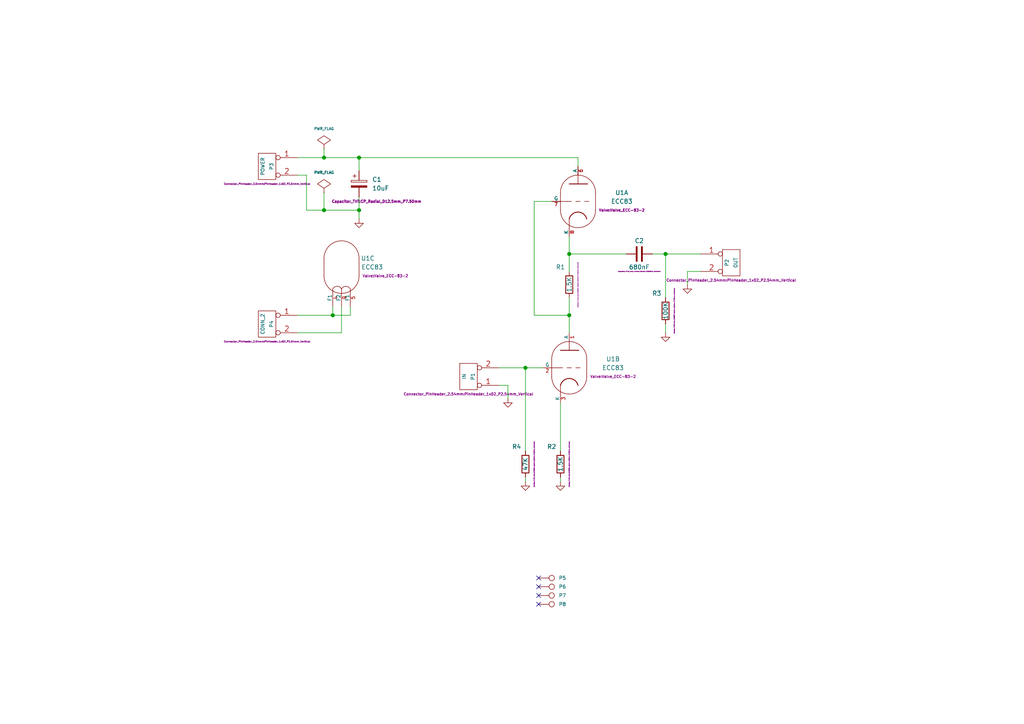
<source format=kicad_sch>
(kicad_sch (version 20210621) (generator eeschema)
  (paper "A4")
  (title_block (title "ECC Push-Pull") (date "Sat 21 Mar 2015") (rev "0.1"))
  (lib_symbols
    (symbol "ecc83_schlib:C" (pin_numbers hide) (pin_names (offset 0.254))
      (property "Reference" "C" (at 0.635 2.54 0))
      (property "Value" "C" (at 0.635 -2.54 0))
      (symbol "C_0_1"
        (polyline (pts (xy -2.032 -0.762) (xy 2.032 -0.762)) (stroke (width 0.508)))
        (polyline (pts (xy -2.032 0.762) (xy 2.032 0.762)) (stroke (width 0.508)))
      )
      (symbol "C_1_1"
        (pin passive line (at 0 3.81 270) (length 2.794) (name "~") (number "1"))
        (pin passive line (at 0 -3.81 90) (length 2.794) (name "~") (number "2"))
      )
    )
    (symbol "ecc83_schlib:CONN_1" (pin_numbers hide) (pin_names (offset 0.762) hide)
      (property "Reference" "P" (at 2.032 0 0))
      (property "Footprint" "MountingHole:MountingHole_3.2mm_M3_DIN965_Pad" (at 0 -1.27 0))
      (symbol "CONN_1_0_1"
        (polyline (pts (xy -0.762 0) (xy -1.27 0)))
        (circle (center 0 0) (radius 0.7874))
      )
      (symbol "CONN_1_1_1"
        (pin passive line (at -3.81 0 0) (length 2.54) (name "1") (number "1"))
      )
    )
    (symbol "ecc83_schlib:CONN_2" (pin_names (offset 1.016) hide)
      (property "Reference" "P" (at -1.27 0 90))
      (property "Value" "CONN_2" (at 1.27 0 90))
      (symbol "CONN_2_0_1"
        (rectangle (start -2.54 3.81) (end 2.54 -3.81))
      )
      (symbol "CONN_2_1_1"
        (pin passive inverted (at -8.89 2.54 0) (length 6.35) (name "P1") (number "1"))
        (pin passive inverted (at -8.89 -2.54 0) (length 6.35) (name "PM") (number "2"))
      )
    )
    (symbol "ecc83_schlib:CP" (pin_numbers hide) (pin_names (offset 0.254))
      (property "Reference" "C" (at 0.635 2.54 0))
      (property "Value" "CP" (at 0.635 -2.54 0))
      (symbol "CP_0_1"
        (rectangle (start -2.286 0.508) (end -2.286 1.016))
        (rectangle (start -2.286 0.508) (end 2.286 0.508))
        (polyline (pts (xy -1.778 2.286) (xy -0.762 2.286)))
        (polyline (pts (xy -1.27 2.794) (xy -1.27 1.778)))
        (rectangle (start 2.286 -0.508) (end -2.286 -1.016) (fill (type outline)))
        (rectangle (start 2.286 1.016) (end -2.286 1.016))
        (rectangle (start 2.286 1.016) (end 2.286 0.508))
      )
      (symbol "CP_1_1"
        (pin passive line (at 0 3.81 270) (length 2.794) (name "~") (number "1"))
        (pin passive line (at 0 -3.81 90) (length 2.794) (name "~") (number "2"))
      )
    )
    (symbol "ecc83_schlib:ECC83" (pin_names (offset 0))
      (property "Reference" "U" (at 3.302 7.874 0))
      (property "Value" "ECC83" (at 8.89 -7.62 0))
      (symbol "ECC83_0_1"
        (arc (start -5.08 -2.54) (mid 0 -7.62) (end 5.08 -2.54))
        (polyline (pts (xy 5.08 2.54) (xy 5.08 -2.54)))
        (polyline (pts (xy -5.08 2.54) (xy -5.08 -2.54) (xy -5.08 -2.54)))
        (arc (start 5.08 2.54) (mid 0 7.62) (end -5.08 2.54))
      )
      (symbol "ECC83_1_0"
        (polyline (pts (xy -2.54 -5.08) (xy -2.54 -7.62)))
        (polyline (pts (xy 0 5.08) (xy 0 7.62)))
      )
      (symbol "ECC83_1_1"
        (polyline (pts (xy -5.08 0) (xy -3.175 0)))
        (polyline (pts (xy -1.905 0) (xy -3.175 0)) (stroke (width 0.1524)))
        (polyline (pts (xy -0.635 0) (xy 0.635 0)) (stroke (width 0.1524)))
        (polyline (pts (xy 1.905 0) (xy 3.175 0)) (stroke (width 0.1524)))
        (polyline (pts (xy -2.54 5.08) (xy 2.794 5.08) (xy 2.794 5.08)) (stroke (width 0.254)))
        (arc (start 2.54 -5.08) (mid 0 -3.0968) (end -2.54 -5.08) (stroke (width 0.254)))
        (pin passive line (at 0 10.16 270) (length 2.54) (name "A") (number "6"))
        (pin input line (at -7.62 0 0) (length 2.54) (name "G") (number "7"))
        (pin passive line (at -2.54 -10.16 90) (length 2.54) (name "K") (number "8"))
      )
      (symbol "ECC83_2_0"
        (polyline (pts (xy -2.54 -5.08) (xy -2.54 -7.62)))
        (polyline (pts (xy 0 5.08) (xy 0 7.62)))
      )
      (symbol "ECC83_2_1"
        (polyline (pts (xy -5.08 0) (xy -3.175 0)))
        (polyline (pts (xy -1.905 0) (xy -3.175 0)) (stroke (width 0.1524)))
        (polyline (pts (xy -0.635 0) (xy 0.635 0)) (stroke (width 0.1524)))
        (polyline (pts (xy 1.905 0) (xy 3.175 0)) (stroke (width 0.1524)))
        (polyline (pts (xy -2.54 5.08) (xy 2.794 5.08) (xy 2.794 5.08)) (stroke (width 0.254)))
        (arc (start 2.54 -5.08) (mid 0 -3.0968) (end -2.54 -5.08) (stroke (width 0.254)))
        (pin passive line (at 0 10.16 270) (length 2.54) (name "A") (number "1"))
        (pin input line (at -7.62 0 0) (length 2.54) (name "G") (number "2"))
        (pin passive line (at -2.54 -10.16 90) (length 2.54) (name "K") (number "3"))
      )
      (symbol "ECC83_3_1"
        (arc (start 0 -6.35) (mid -1.27 -5.5651) (end -2.54 -6.35))
        (arc (start 2.54 -6.35) (mid 1.27 -5.5651) (end 0 -6.35))
        (pin input line (at -2.54 -11.43 90) (length 5.08) (name "F1") (number "4"))
        (pin input line (at 2.54 -11.43 90) (length 5.08) (name "F1") (number "5"))
        (pin input line (at 0 -11.43 90) (length 5.08) (name "F2") (number "9"))
      )
    )
    (symbol "ecc83_schlib:GND" (power) (pin_names (offset 0))
      (property "Value" "GND" (at 0 -3.81 0))
      (symbol "GND_0_1"
        (polyline (pts (xy 0 0) (xy 0 -1.27) (xy 1.27 -1.27) (xy 0 -2.54) (xy -1.27 -1.27) (xy 0 -1.27)))
      )
      (symbol "GND_1_1"
        (pin power_in line (at 0 0 270) (length 0) hide (name "GND") (number "1"))
      )
    )
    (symbol "ecc83_schlib:PWR_FLAG" (power) (pin_numbers hide) (pin_names (offset 0) hide)
      (property "Value" "PWR_FLAG" (at 0 4.572 0))
      (symbol "PWR_FLAG_0_0"
        (pin power_out line (at 0 0 90) (length 0) (name "pwr") (number "1"))
      )
      (symbol "PWR_FLAG_0_1"
        (polyline (pts (xy 0 0) (xy 0 1.27) (xy -1.905 2.54) (xy 0 3.81) (xy 1.905 2.54) (xy 0 1.27)))
      )
    )
    (symbol "ecc83_schlib:R" (pin_numbers hide) (pin_names (offset 0))
      (property "Reference" "R" (at 2.032 0 90))
      (property "Value" "R" (at 0 0 90))
      (symbol "R_0_1"
        (rectangle (start -1.016 -2.54) (end 1.016 2.54) (stroke (width 0.254)))
      )
      (symbol "R_1_1"
        (pin passive line (at 0 3.81 270) (length 1.27) (name "~") (number "1"))
        (pin passive line (at 0 -3.81 90) (length 1.27) (name "~") (number "2"))
      )
    )
  )
  (junction (at 104.14 45.72) (diameter 1.016))
  (junction (at 165.1 73.66) (diameter 1.016))
  (junction (at 93.98 45.72) (diameter 1.016))
  (junction (at 96.52 91.44) (diameter 1.016))
  (junction (at 193.04 73.66) (diameter 1.016))
  (junction (at 93.98 60.96) (diameter 1.016))
  (junction (at 165.1 91.44) (diameter 1.016))
  (junction (at 104.14 60.96) (diameter 1.016))
  (junction (at 152.4 106.68) (diameter 1.016))
  (no_connect (at 156.21 175.26))
  (no_connect (at 156.21 167.64))
  (no_connect (at 156.21 172.72))
  (no_connect (at 156.21 170.18))
  (wire (pts (xy 165.1 91.44) (xy 154.94 91.44)))
  (wire (pts (xy 144.78 106.68) (xy 152.4 106.68)))
  (wire (pts (xy 88.9 50.8) (xy 88.9 60.96)))
  (wire (pts (xy 147.32 111.76) (xy 144.78 111.76)))
  (wire (pts (xy 101.6 91.44) (xy 101.6 88.9)))
  (wire (pts (xy 104.14 57.15) (xy 104.14 60.96)))
  (wire (pts (xy 86.36 50.8) (xy 88.9 50.8)))
  (wire (pts (xy 165.1 73.66) (xy 181.61 73.66)))
  (wire (pts (xy 165.1 86.36) (xy 165.1 91.44)))
  (wire (pts (xy 203.2 78.74) (xy 199.39 78.74)))
  (wire (pts (xy 86.36 96.52) (xy 99.06 96.52)))
  (wire (pts (xy 96.52 91.44) (xy 101.6 91.44)))
  (wire (pts (xy 167.64 45.72) (xy 167.64 48.26)))
  (wire (pts (xy 189.23 73.66) (xy 193.04 73.66)))
  (wire (pts (xy 88.9 60.96) (xy 93.98 60.96)))
  (wire (pts (xy 162.56 138.43) (xy 162.56 139.7)))
  (wire (pts (xy 93.98 43.18) (xy 93.98 45.72)))
  (wire (pts (xy 104.14 49.53) (xy 104.14 45.72)))
  (wire (pts (xy 199.39 78.74) (xy 199.39 82.55)))
  (wire (pts (xy 193.04 93.98) (xy 193.04 96.52)))
  (wire (pts (xy 154.94 91.44) (xy 154.94 58.42)))
  (wire (pts (xy 93.98 60.96) (xy 93.98 55.88)))
  (wire (pts (xy 96.52 91.44) (xy 96.52 88.9)))
  (wire (pts (xy 147.32 115.57) (xy 147.32 111.76)))
  (wire (pts (xy 104.14 60.96) (xy 104.14 63.5)))
  (wire (pts (xy 165.1 73.66) (xy 165.1 78.74)))
  (wire (pts (xy 154.94 58.42) (xy 160.02 58.42)))
  (wire (pts (xy 152.4 130.81) (xy 152.4 106.68)))
  (wire (pts (xy 193.04 86.36) (xy 193.04 73.66)))
  (wire (pts (xy 93.98 60.96) (xy 104.14 60.96)))
  (wire (pts (xy 152.4 138.43) (xy 152.4 139.7)))
  (wire (pts (xy 86.36 91.44) (xy 96.52 91.44)))
  (wire (pts (xy 165.1 91.44) (xy 165.1 96.52)))
  (wire (pts (xy 86.36 45.72) (xy 93.98 45.72)))
  (wire (pts (xy 93.98 45.72) (xy 104.14 45.72)))
  (wire (pts (xy 162.56 116.84) (xy 162.56 130.81)))
  (wire (pts (xy 104.14 45.72) (xy 167.64 45.72)))
  (wire (pts (xy 152.4 106.68) (xy 157.48 106.68)))
  (wire (pts (xy 99.06 96.52) (xy 99.06 88.9)))
  (wire (pts (xy 193.04 73.66) (xy 203.2 73.66)))
  (wire (pts (xy 165.1 68.58) (xy 165.1 73.66)))
  (symbol (lib_id "ecc83_schlib:R") (at 165.1 82.55 180) (unit 1)
    (property "Reference" "R1" (at 162.56 77.47 0))
    (property "Value" "1.5K" (at 165.1 82.55 90))
    (property "Footprint" "Resistor_THT:R_Axial_DIN0207_L6.3mm_D2.5mm_P7.62mm_Horizontal" (at 167.64 82.55 90) (effects (font (size 0.254 0.254))))
  )
  (symbol (lib_id "ecc83_schlib:R") (at 162.56 134.62 0) (unit 1)
    (property "Reference" "R2" (at 160.02 129.54 0))
    (property "Value" "1.5K" (at 162.56 134.62 90))
    (property "Footprint" "Resistor_THT:R_Axial_DIN0207_L6.3mm_D2.5mm_P7.62mm_Horizontal" (at 165.1 134.62 90) (effects (font (size 0.254 0.254))))
  )
  (symbol (lib_id "ecc83_schlib:R") (at 152.4 134.62 0) (unit 1)
    (property "Reference" "R4" (at 149.86 129.54 0))
    (property "Value" "47K" (at 152.4 134.62 90))
    (property "Footprint" "Resistor_THT:R_Axial_DIN0207_L6.3mm_D2.5mm_P7.62mm_Horizontal" (at 154.94 134.62 90) (effects (font (size 0.254 0.254))))
  )
  (symbol (lib_id "ecc83_schlib:R") (at 193.04 90.17 0) (unit 1)
    (property "Reference" "R3" (at 190.5 85.09 0))
    (property "Value" "100K" (at 193.04 90.17 90))
    (property "Footprint" "Resistor_THT:R_Axial_DIN0207_L6.3mm_D2.5mm_P7.62mm_Horizontal" (at 195.58 90.17 90) (effects (font (size 0.254 0.254))))
  )
  (symbol (lib_id "ecc83_schlib:C") (at 185.42 73.66 270) (unit 1)
    (property "Reference" "C2" (at 185.42 69.85 90))
    (property "Value" "680nF" (at 185.42 77.47 90))
    (property "Footprint" "Capacitors_THT:C_Axial_L12.0mm_D6.5mm_P20.00mm_Horizontal" (at 185.42 78.74 90) (effects (font (size 0.254 0.254))))
  )
  (symbol (lib_id "ecc83_schlib:CONN_2") (at 135.89 109.22 180) (unit 1)
    (property "Reference" "P1" (at 137.16 109.22 90) (effects (font (size 1.016 1.016))))
    (property "Value" "IN" (at 134.62 109.22 90) (effects (font (size 1.016 1.016))))
    (property "Footprint" "Connector_PinHeader_2.54mm:PinHeader_1x02_P2.54mm_Vertical" (at 135.89 114.3 0) (effects (font (size 0.762 0.762))))
  )
  (symbol (lib_id "ecc83_schlib:CONN_2") (at 212.09 76.2 0) (unit 1)
    (property "Reference" "P2" (at 210.82 76.2 90) (effects (font (size 1.016 1.016))))
    (property "Value" "OUT" (at 213.36 76.2 90) (effects (font (size 1.016 1.016))))
    (property "Footprint" "Connector_PinHeader_2.54mm:PinHeader_1x02_P2.54mm_Vertical" (at 212.09 81.28 0) (effects (font (size 0.762 0.762))))
  )
  (symbol (lib_id "ecc83_schlib:CONN_2") (at 77.47 48.26 0) (mirror y) (unit 1)
    (property "Reference" "P3" (at 78.74 48.26 90) (effects (font (size 1.016 1.016))))
    (property "Value" "POWER" (at 76.2 48.26 90) (effects (font (size 1.016 1.016))))
    (property "Footprint" "Connector_PinHeader_2.54mm:PinHeader_1x02_P2.54mm_Vertical" (at 77.47 53.34 0) (effects (font (size 0.508 0.508))))
  )
  (symbol (lib_id "ecc83_schlib:CP") (at 104.14 53.34 0) (unit 1)
    (property "Reference" "C1" (at 107.95 52.07 0) (effects (justify left)))
    (property "Value" "10uF" (at 107.95 54.61 0) (effects (justify left)))
    (property "Footprint" "Capacitor_THT:CP_Radial_D12.5mm_P7.50mm" (at 109.22 58.42 0) (effects (font (size 0.762 0.762))))
  )
  (symbol (lib_id "ecc83_schlib:CONN_2") (at 77.47 93.98 0) (mirror y) (unit 1)
    (property "Reference" "P4" (at 78.74 93.98 90) (effects (font (size 1.016 1.016))))
    (property "Value" "CONN_2" (at 76.2 93.98 90) (effects (font (size 1.016 1.016))))
    (property "Footprint" "Connector_PinHeader_2.54mm:PinHeader_1x02_P2.54mm_Vertical" (at 77.47 99.06 0) (effects (font (size 0.508 0.508))))
  )
  (symbol (lib_id "ecc83_schlib:PWR_FLAG") (at 93.98 55.88 0) (unit 1)
    (property "Reference" "#FLG05" (effects hide))
    (property "Value" "PWR_FLAG" (at 93.98 50.038 0) (effects (font (size 0.762 0.762))))
  )
  (symbol (lib_id "ecc83_schlib:GND") (at 152.4 139.7 0) (unit 1)
    (property "Reference" "#PWR04" (effects hide))
    (property "Value" "GND" (effects hide))
  )
  (symbol (lib_id "ecc83_schlib:GND") (at 162.56 139.7 0) (unit 1)
    (property "Reference" "#PWR03" (effects hide))
    (property "Value" "GND" (effects hide))
  )
  (symbol (lib_id "ecc83_schlib:GND") (at 193.04 96.52 0) (unit 1)
    (property "Reference" "#PWR02" (effects hide))
    (property "Value" "GND" (effects hide))
  )
  (symbol (lib_id "ecc83_schlib:GND") (at 199.39 82.55 0) (unit 1)
    (property "Reference" "#PWR01" (effects hide))
    (property "Value" "GND" (effects hide))
  )
  (symbol (lib_id "ecc83_schlib:ECC83") (at 167.64 58.42 0) (unit 1)
    (property "Reference" "U1" (at 180.34 55.88 0))
    (property "Value" "ECC83" (at 180.34 58.42 0))
    (property "Footprint" "Valve:Valve_ECC-83-2" (at 180.34 60.96 0) (effects (font (size 0.762 0.762))))
  )
  (symbol (lib_id "ecc83_schlib:ECC83") (at 165.1 106.68 0) (unit 2)
    (property "Reference" "U1" (at 177.8 104.14 0))
    (property "Value" "ECC83" (at 177.8 106.68 0))
    (property "Footprint" "Valve:Valve_ECC-83-2" (at 177.8 109.22 0) (effects (font (size 0.762 0.762))))
  )
  (symbol (lib_id "ecc83_schlib:ECC83") (at 99.06 77.47 0) (unit 3)
    (property "Reference" "U1" (at 106.68 74.93 0))
    (property "Value" "ECC83" (at 107.95 77.47 0))
    (property "Footprint" "Valve:Valve_ECC-83-2" (at 111.76 80.01 0) (effects (font (size 0.762 0.762))))
  )
  (symbol (lib_id "ecc83_schlib:CONN_1") (at 160.02 167.64 0) (unit 1)
    (property "Reference" "P5" (at 162.052 167.64 0) (effects (font (size 1.016 1.016)) (justify left)))
    (property "Value" "CONN_1" (effects hide))
    (property "Footprint" "connect:1pin" (effects hide))
  )
  (symbol (lib_id "ecc83_schlib:CONN_1") (at 160.02 170.18 0) (unit 1)
    (property "Reference" "P6" (at 162.052 170.18 0) (effects (font (size 1.016 1.016)) (justify left)))
    (property "Value" "CONN_1" (effects hide))
    (property "Footprint" "connect:1pin" (effects hide))
  )
  (symbol (lib_id "ecc83_schlib:CONN_1") (at 160.02 172.72 0) (unit 1)
    (property "Reference" "P7" (at 162.052 172.72 0) (effects (font (size 1.016 1.016)) (justify left)))
    (property "Value" "CONN_1" (effects hide))
    (property "Footprint" "connect:1pin" (effects hide))
  )
  (symbol (lib_id "ecc83_schlib:CONN_1") (at 160.02 175.26 0) (unit 1)
    (property "Reference" "P8" (at 162.052 175.26 0) (effects (font (size 1.016 1.016)) (justify left)))
    (property "Value" "CONN_1" (effects hide))
    (property "Footprint" "connect:1pin" (effects hide))
  )
  (symbol (lib_id "ecc83_schlib:PWR_FLAG") (at 93.98 43.18 0) (unit 1)
    (property "Reference" "#FLG06" (effects hide))
    (property "Value" "PWR_FLAG" (at 93.98 37.338 0) (effects (font (size 0.762 0.762))))
  )
  (symbol (lib_id "ecc83_schlib:GND") (at 104.14 63.5 0) (unit 1)
    (property "Reference" "#PWR07" (effects hide))
    (property "Value" "GND" (effects hide))
  )
  (symbol (lib_id "ecc83_schlib:GND") (at 147.32 115.57 0) (unit 1)
    (property "Reference" "#PWR08" (effects hide))
    (property "Value" "GND" (effects hide))
  )
)
</source>
